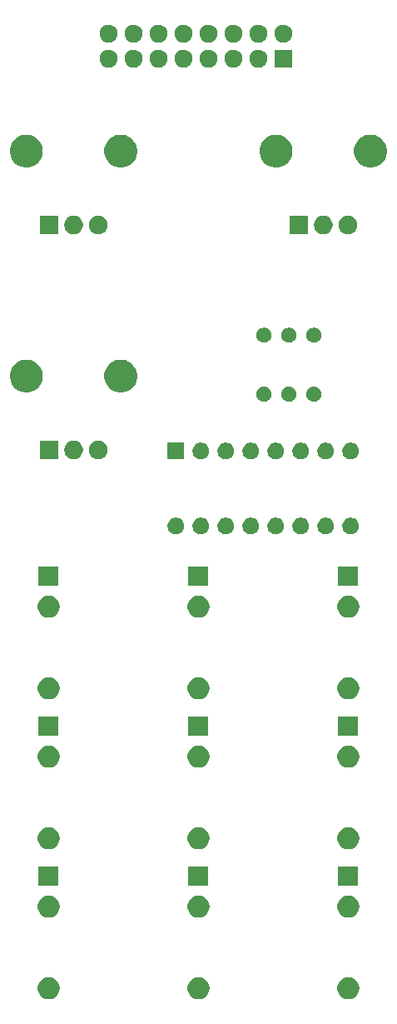
<source format=gbr>
G04 #@! TF.GenerationSoftware,KiCad,Pcbnew,5.1.5-52549c5~84~ubuntu19.04.1*
G04 #@! TF.CreationDate,2020-04-14T21:23:31+02:00*
G04 #@! TF.ProjectId,osc1,6f736331-2e6b-4696-9361-645f70636258,rev?*
G04 #@! TF.SameCoordinates,Original*
G04 #@! TF.FileFunction,Soldermask,Top*
G04 #@! TF.FilePolarity,Negative*
%FSLAX46Y46*%
G04 Gerber Fmt 4.6, Leading zero omitted, Abs format (unit mm)*
G04 Created by KiCad (PCBNEW 5.1.5-52549c5~84~ubuntu19.04.1) date 2020-04-14 21:23:31*
%MOMM*%
%LPD*%
G04 APERTURE LIST*
%ADD10C,0.100000*%
G04 APERTURE END LIST*
D10*
G36*
X109473655Y-169062591D02*
G01*
X109545525Y-169076887D01*
X109748624Y-169161013D01*
X109931409Y-169283146D01*
X110086854Y-169438591D01*
X110208987Y-169621376D01*
X110293113Y-169824475D01*
X110336000Y-170040084D01*
X110336000Y-170259916D01*
X110293113Y-170475525D01*
X110208987Y-170678624D01*
X110086854Y-170861409D01*
X109931409Y-171016854D01*
X109748624Y-171138987D01*
X109545525Y-171223113D01*
X109473655Y-171237409D01*
X109329918Y-171266000D01*
X109110082Y-171266000D01*
X108966345Y-171237409D01*
X108894475Y-171223113D01*
X108691376Y-171138987D01*
X108508591Y-171016854D01*
X108353146Y-170861409D01*
X108231013Y-170678624D01*
X108146887Y-170475525D01*
X108104000Y-170259916D01*
X108104000Y-170040084D01*
X108146887Y-169824475D01*
X108231013Y-169621376D01*
X108353146Y-169438591D01*
X108508591Y-169283146D01*
X108691376Y-169161013D01*
X108894475Y-169076887D01*
X108966345Y-169062591D01*
X109110082Y-169034000D01*
X109329918Y-169034000D01*
X109473655Y-169062591D01*
G37*
G36*
X78993655Y-169062591D02*
G01*
X79065525Y-169076887D01*
X79268624Y-169161013D01*
X79451409Y-169283146D01*
X79606854Y-169438591D01*
X79728987Y-169621376D01*
X79813113Y-169824475D01*
X79856000Y-170040084D01*
X79856000Y-170259916D01*
X79813113Y-170475525D01*
X79728987Y-170678624D01*
X79606854Y-170861409D01*
X79451409Y-171016854D01*
X79268624Y-171138987D01*
X79065525Y-171223113D01*
X78993655Y-171237409D01*
X78849918Y-171266000D01*
X78630082Y-171266000D01*
X78486345Y-171237409D01*
X78414475Y-171223113D01*
X78211376Y-171138987D01*
X78028591Y-171016854D01*
X77873146Y-170861409D01*
X77751013Y-170678624D01*
X77666887Y-170475525D01*
X77624000Y-170259916D01*
X77624000Y-170040084D01*
X77666887Y-169824475D01*
X77751013Y-169621376D01*
X77873146Y-169438591D01*
X78028591Y-169283146D01*
X78211376Y-169161013D01*
X78414475Y-169076887D01*
X78486345Y-169062591D01*
X78630082Y-169034000D01*
X78849918Y-169034000D01*
X78993655Y-169062591D01*
G37*
G36*
X94233655Y-169062591D02*
G01*
X94305525Y-169076887D01*
X94508624Y-169161013D01*
X94691409Y-169283146D01*
X94846854Y-169438591D01*
X94968987Y-169621376D01*
X95053113Y-169824475D01*
X95096000Y-170040084D01*
X95096000Y-170259916D01*
X95053113Y-170475525D01*
X94968987Y-170678624D01*
X94846854Y-170861409D01*
X94691409Y-171016854D01*
X94508624Y-171138987D01*
X94305525Y-171223113D01*
X94233655Y-171237409D01*
X94089918Y-171266000D01*
X93870082Y-171266000D01*
X93726345Y-171237409D01*
X93654475Y-171223113D01*
X93451376Y-171138987D01*
X93268591Y-171016854D01*
X93113146Y-170861409D01*
X92991013Y-170678624D01*
X92906887Y-170475525D01*
X92864000Y-170259916D01*
X92864000Y-170040084D01*
X92906887Y-169824475D01*
X92991013Y-169621376D01*
X93113146Y-169438591D01*
X93268591Y-169283146D01*
X93451376Y-169161013D01*
X93654475Y-169076887D01*
X93726345Y-169062591D01*
X93870082Y-169034000D01*
X94089918Y-169034000D01*
X94233655Y-169062591D01*
G37*
G36*
X78993655Y-160762591D02*
G01*
X79065525Y-160776887D01*
X79268624Y-160861013D01*
X79451409Y-160983146D01*
X79606854Y-161138591D01*
X79728987Y-161321376D01*
X79813113Y-161524475D01*
X79856000Y-161740084D01*
X79856000Y-161959916D01*
X79813113Y-162175525D01*
X79728987Y-162378624D01*
X79606854Y-162561409D01*
X79451409Y-162716854D01*
X79268624Y-162838987D01*
X79065525Y-162923113D01*
X78993655Y-162937409D01*
X78849918Y-162966000D01*
X78630082Y-162966000D01*
X78486345Y-162937409D01*
X78414475Y-162923113D01*
X78211376Y-162838987D01*
X78028591Y-162716854D01*
X77873146Y-162561409D01*
X77751013Y-162378624D01*
X77666887Y-162175525D01*
X77624000Y-161959916D01*
X77624000Y-161740084D01*
X77666887Y-161524475D01*
X77751013Y-161321376D01*
X77873146Y-161138591D01*
X78028591Y-160983146D01*
X78211376Y-160861013D01*
X78414475Y-160776887D01*
X78486345Y-160762591D01*
X78630082Y-160734000D01*
X78849918Y-160734000D01*
X78993655Y-160762591D01*
G37*
G36*
X109473655Y-160762591D02*
G01*
X109545525Y-160776887D01*
X109748624Y-160861013D01*
X109931409Y-160983146D01*
X110086854Y-161138591D01*
X110208987Y-161321376D01*
X110293113Y-161524475D01*
X110336000Y-161740084D01*
X110336000Y-161959916D01*
X110293113Y-162175525D01*
X110208987Y-162378624D01*
X110086854Y-162561409D01*
X109931409Y-162716854D01*
X109748624Y-162838987D01*
X109545525Y-162923113D01*
X109473655Y-162937409D01*
X109329918Y-162966000D01*
X109110082Y-162966000D01*
X108966345Y-162937409D01*
X108894475Y-162923113D01*
X108691376Y-162838987D01*
X108508591Y-162716854D01*
X108353146Y-162561409D01*
X108231013Y-162378624D01*
X108146887Y-162175525D01*
X108104000Y-161959916D01*
X108104000Y-161740084D01*
X108146887Y-161524475D01*
X108231013Y-161321376D01*
X108353146Y-161138591D01*
X108508591Y-160983146D01*
X108691376Y-160861013D01*
X108894475Y-160776887D01*
X108966345Y-160762591D01*
X109110082Y-160734000D01*
X109329918Y-160734000D01*
X109473655Y-160762591D01*
G37*
G36*
X94233655Y-160762591D02*
G01*
X94305525Y-160776887D01*
X94508624Y-160861013D01*
X94691409Y-160983146D01*
X94846854Y-161138591D01*
X94968987Y-161321376D01*
X95053113Y-161524475D01*
X95096000Y-161740084D01*
X95096000Y-161959916D01*
X95053113Y-162175525D01*
X94968987Y-162378624D01*
X94846854Y-162561409D01*
X94691409Y-162716854D01*
X94508624Y-162838987D01*
X94305525Y-162923113D01*
X94233655Y-162937409D01*
X94089918Y-162966000D01*
X93870082Y-162966000D01*
X93726345Y-162937409D01*
X93654475Y-162923113D01*
X93451376Y-162838987D01*
X93268591Y-162716854D01*
X93113146Y-162561409D01*
X92991013Y-162378624D01*
X92906887Y-162175525D01*
X92864000Y-161959916D01*
X92864000Y-161740084D01*
X92906887Y-161524475D01*
X92991013Y-161321376D01*
X93113146Y-161138591D01*
X93268591Y-160983146D01*
X93451376Y-160861013D01*
X93654475Y-160776887D01*
X93726345Y-160762591D01*
X93870082Y-160734000D01*
X94089918Y-160734000D01*
X94233655Y-160762591D01*
G37*
G36*
X110236000Y-159716000D02*
G01*
X108204000Y-159716000D01*
X108204000Y-157784000D01*
X110236000Y-157784000D01*
X110236000Y-159716000D01*
G37*
G36*
X94996000Y-159716000D02*
G01*
X92964000Y-159716000D01*
X92964000Y-157784000D01*
X94996000Y-157784000D01*
X94996000Y-159716000D01*
G37*
G36*
X79756000Y-159716000D02*
G01*
X77724000Y-159716000D01*
X77724000Y-157784000D01*
X79756000Y-157784000D01*
X79756000Y-159716000D01*
G37*
G36*
X78993655Y-153822591D02*
G01*
X79065525Y-153836887D01*
X79268624Y-153921013D01*
X79451409Y-154043146D01*
X79606854Y-154198591D01*
X79728987Y-154381376D01*
X79813113Y-154584475D01*
X79856000Y-154800084D01*
X79856000Y-155019916D01*
X79813113Y-155235525D01*
X79728987Y-155438624D01*
X79606854Y-155621409D01*
X79451409Y-155776854D01*
X79268624Y-155898987D01*
X79065525Y-155983113D01*
X78993655Y-155997409D01*
X78849918Y-156026000D01*
X78630082Y-156026000D01*
X78486345Y-155997409D01*
X78414475Y-155983113D01*
X78211376Y-155898987D01*
X78028591Y-155776854D01*
X77873146Y-155621409D01*
X77751013Y-155438624D01*
X77666887Y-155235525D01*
X77624000Y-155019916D01*
X77624000Y-154800084D01*
X77666887Y-154584475D01*
X77751013Y-154381376D01*
X77873146Y-154198591D01*
X78028591Y-154043146D01*
X78211376Y-153921013D01*
X78414475Y-153836887D01*
X78486345Y-153822591D01*
X78630082Y-153794000D01*
X78849918Y-153794000D01*
X78993655Y-153822591D01*
G37*
G36*
X109473655Y-153822591D02*
G01*
X109545525Y-153836887D01*
X109748624Y-153921013D01*
X109931409Y-154043146D01*
X110086854Y-154198591D01*
X110208987Y-154381376D01*
X110293113Y-154584475D01*
X110336000Y-154800084D01*
X110336000Y-155019916D01*
X110293113Y-155235525D01*
X110208987Y-155438624D01*
X110086854Y-155621409D01*
X109931409Y-155776854D01*
X109748624Y-155898987D01*
X109545525Y-155983113D01*
X109473655Y-155997409D01*
X109329918Y-156026000D01*
X109110082Y-156026000D01*
X108966345Y-155997409D01*
X108894475Y-155983113D01*
X108691376Y-155898987D01*
X108508591Y-155776854D01*
X108353146Y-155621409D01*
X108231013Y-155438624D01*
X108146887Y-155235525D01*
X108104000Y-155019916D01*
X108104000Y-154800084D01*
X108146887Y-154584475D01*
X108231013Y-154381376D01*
X108353146Y-154198591D01*
X108508591Y-154043146D01*
X108691376Y-153921013D01*
X108894475Y-153836887D01*
X108966345Y-153822591D01*
X109110082Y-153794000D01*
X109329918Y-153794000D01*
X109473655Y-153822591D01*
G37*
G36*
X94233655Y-153822591D02*
G01*
X94305525Y-153836887D01*
X94508624Y-153921013D01*
X94691409Y-154043146D01*
X94846854Y-154198591D01*
X94968987Y-154381376D01*
X95053113Y-154584475D01*
X95096000Y-154800084D01*
X95096000Y-155019916D01*
X95053113Y-155235525D01*
X94968987Y-155438624D01*
X94846854Y-155621409D01*
X94691409Y-155776854D01*
X94508624Y-155898987D01*
X94305525Y-155983113D01*
X94233655Y-155997409D01*
X94089918Y-156026000D01*
X93870082Y-156026000D01*
X93726345Y-155997409D01*
X93654475Y-155983113D01*
X93451376Y-155898987D01*
X93268591Y-155776854D01*
X93113146Y-155621409D01*
X92991013Y-155438624D01*
X92906887Y-155235525D01*
X92864000Y-155019916D01*
X92864000Y-154800084D01*
X92906887Y-154584475D01*
X92991013Y-154381376D01*
X93113146Y-154198591D01*
X93268591Y-154043146D01*
X93451376Y-153921013D01*
X93654475Y-153836887D01*
X93726345Y-153822591D01*
X93870082Y-153794000D01*
X94089918Y-153794000D01*
X94233655Y-153822591D01*
G37*
G36*
X78993655Y-145522591D02*
G01*
X79065525Y-145536887D01*
X79268624Y-145621013D01*
X79451409Y-145743146D01*
X79606854Y-145898591D01*
X79728987Y-146081376D01*
X79813113Y-146284475D01*
X79856000Y-146500084D01*
X79856000Y-146719916D01*
X79813113Y-146935525D01*
X79728987Y-147138624D01*
X79606854Y-147321409D01*
X79451409Y-147476854D01*
X79268624Y-147598987D01*
X79065525Y-147683113D01*
X78993655Y-147697409D01*
X78849918Y-147726000D01*
X78630082Y-147726000D01*
X78486345Y-147697409D01*
X78414475Y-147683113D01*
X78211376Y-147598987D01*
X78028591Y-147476854D01*
X77873146Y-147321409D01*
X77751013Y-147138624D01*
X77666887Y-146935525D01*
X77624000Y-146719916D01*
X77624000Y-146500084D01*
X77666887Y-146284475D01*
X77751013Y-146081376D01*
X77873146Y-145898591D01*
X78028591Y-145743146D01*
X78211376Y-145621013D01*
X78414475Y-145536887D01*
X78486345Y-145522591D01*
X78630082Y-145494000D01*
X78849918Y-145494000D01*
X78993655Y-145522591D01*
G37*
G36*
X109473655Y-145522591D02*
G01*
X109545525Y-145536887D01*
X109748624Y-145621013D01*
X109931409Y-145743146D01*
X110086854Y-145898591D01*
X110208987Y-146081376D01*
X110293113Y-146284475D01*
X110336000Y-146500084D01*
X110336000Y-146719916D01*
X110293113Y-146935525D01*
X110208987Y-147138624D01*
X110086854Y-147321409D01*
X109931409Y-147476854D01*
X109748624Y-147598987D01*
X109545525Y-147683113D01*
X109473655Y-147697409D01*
X109329918Y-147726000D01*
X109110082Y-147726000D01*
X108966345Y-147697409D01*
X108894475Y-147683113D01*
X108691376Y-147598987D01*
X108508591Y-147476854D01*
X108353146Y-147321409D01*
X108231013Y-147138624D01*
X108146887Y-146935525D01*
X108104000Y-146719916D01*
X108104000Y-146500084D01*
X108146887Y-146284475D01*
X108231013Y-146081376D01*
X108353146Y-145898591D01*
X108508591Y-145743146D01*
X108691376Y-145621013D01*
X108894475Y-145536887D01*
X108966345Y-145522591D01*
X109110082Y-145494000D01*
X109329918Y-145494000D01*
X109473655Y-145522591D01*
G37*
G36*
X94233655Y-145522591D02*
G01*
X94305525Y-145536887D01*
X94508624Y-145621013D01*
X94691409Y-145743146D01*
X94846854Y-145898591D01*
X94968987Y-146081376D01*
X95053113Y-146284475D01*
X95096000Y-146500084D01*
X95096000Y-146719916D01*
X95053113Y-146935525D01*
X94968987Y-147138624D01*
X94846854Y-147321409D01*
X94691409Y-147476854D01*
X94508624Y-147598987D01*
X94305525Y-147683113D01*
X94233655Y-147697409D01*
X94089918Y-147726000D01*
X93870082Y-147726000D01*
X93726345Y-147697409D01*
X93654475Y-147683113D01*
X93451376Y-147598987D01*
X93268591Y-147476854D01*
X93113146Y-147321409D01*
X92991013Y-147138624D01*
X92906887Y-146935525D01*
X92864000Y-146719916D01*
X92864000Y-146500084D01*
X92906887Y-146284475D01*
X92991013Y-146081376D01*
X93113146Y-145898591D01*
X93268591Y-145743146D01*
X93451376Y-145621013D01*
X93654475Y-145536887D01*
X93726345Y-145522591D01*
X93870082Y-145494000D01*
X94089918Y-145494000D01*
X94233655Y-145522591D01*
G37*
G36*
X94996000Y-144476000D02*
G01*
X92964000Y-144476000D01*
X92964000Y-142544000D01*
X94996000Y-142544000D01*
X94996000Y-144476000D01*
G37*
G36*
X110236000Y-144476000D02*
G01*
X108204000Y-144476000D01*
X108204000Y-142544000D01*
X110236000Y-142544000D01*
X110236000Y-144476000D01*
G37*
G36*
X79756000Y-144476000D02*
G01*
X77724000Y-144476000D01*
X77724000Y-142544000D01*
X79756000Y-142544000D01*
X79756000Y-144476000D01*
G37*
G36*
X109473655Y-138582591D02*
G01*
X109545525Y-138596887D01*
X109748624Y-138681013D01*
X109931409Y-138803146D01*
X110086854Y-138958591D01*
X110208987Y-139141376D01*
X110293113Y-139344475D01*
X110336000Y-139560084D01*
X110336000Y-139779916D01*
X110293113Y-139995525D01*
X110208987Y-140198624D01*
X110086854Y-140381409D01*
X109931409Y-140536854D01*
X109748624Y-140658987D01*
X109545525Y-140743113D01*
X109473655Y-140757409D01*
X109329918Y-140786000D01*
X109110082Y-140786000D01*
X108966345Y-140757409D01*
X108894475Y-140743113D01*
X108691376Y-140658987D01*
X108508591Y-140536854D01*
X108353146Y-140381409D01*
X108231013Y-140198624D01*
X108146887Y-139995525D01*
X108104000Y-139779916D01*
X108104000Y-139560084D01*
X108146887Y-139344475D01*
X108231013Y-139141376D01*
X108353146Y-138958591D01*
X108508591Y-138803146D01*
X108691376Y-138681013D01*
X108894475Y-138596887D01*
X108966345Y-138582591D01*
X109110082Y-138554000D01*
X109329918Y-138554000D01*
X109473655Y-138582591D01*
G37*
G36*
X78993655Y-138582591D02*
G01*
X79065525Y-138596887D01*
X79268624Y-138681013D01*
X79451409Y-138803146D01*
X79606854Y-138958591D01*
X79728987Y-139141376D01*
X79813113Y-139344475D01*
X79856000Y-139560084D01*
X79856000Y-139779916D01*
X79813113Y-139995525D01*
X79728987Y-140198624D01*
X79606854Y-140381409D01*
X79451409Y-140536854D01*
X79268624Y-140658987D01*
X79065525Y-140743113D01*
X78993655Y-140757409D01*
X78849918Y-140786000D01*
X78630082Y-140786000D01*
X78486345Y-140757409D01*
X78414475Y-140743113D01*
X78211376Y-140658987D01*
X78028591Y-140536854D01*
X77873146Y-140381409D01*
X77751013Y-140198624D01*
X77666887Y-139995525D01*
X77624000Y-139779916D01*
X77624000Y-139560084D01*
X77666887Y-139344475D01*
X77751013Y-139141376D01*
X77873146Y-138958591D01*
X78028591Y-138803146D01*
X78211376Y-138681013D01*
X78414475Y-138596887D01*
X78486345Y-138582591D01*
X78630082Y-138554000D01*
X78849918Y-138554000D01*
X78993655Y-138582591D01*
G37*
G36*
X94233655Y-138582591D02*
G01*
X94305525Y-138596887D01*
X94508624Y-138681013D01*
X94691409Y-138803146D01*
X94846854Y-138958591D01*
X94968987Y-139141376D01*
X95053113Y-139344475D01*
X95096000Y-139560084D01*
X95096000Y-139779916D01*
X95053113Y-139995525D01*
X94968987Y-140198624D01*
X94846854Y-140381409D01*
X94691409Y-140536854D01*
X94508624Y-140658987D01*
X94305525Y-140743113D01*
X94233655Y-140757409D01*
X94089918Y-140786000D01*
X93870082Y-140786000D01*
X93726345Y-140757409D01*
X93654475Y-140743113D01*
X93451376Y-140658987D01*
X93268591Y-140536854D01*
X93113146Y-140381409D01*
X92991013Y-140198624D01*
X92906887Y-139995525D01*
X92864000Y-139779916D01*
X92864000Y-139560084D01*
X92906887Y-139344475D01*
X92991013Y-139141376D01*
X93113146Y-138958591D01*
X93268591Y-138803146D01*
X93451376Y-138681013D01*
X93654475Y-138596887D01*
X93726345Y-138582591D01*
X93870082Y-138554000D01*
X94089918Y-138554000D01*
X94233655Y-138582591D01*
G37*
G36*
X78993655Y-130282591D02*
G01*
X79065525Y-130296887D01*
X79268624Y-130381013D01*
X79451409Y-130503146D01*
X79606854Y-130658591D01*
X79728987Y-130841376D01*
X79813113Y-131044475D01*
X79856000Y-131260084D01*
X79856000Y-131479916D01*
X79813113Y-131695525D01*
X79728987Y-131898624D01*
X79606854Y-132081409D01*
X79451409Y-132236854D01*
X79268624Y-132358987D01*
X79065525Y-132443113D01*
X78993655Y-132457409D01*
X78849918Y-132486000D01*
X78630082Y-132486000D01*
X78486345Y-132457409D01*
X78414475Y-132443113D01*
X78211376Y-132358987D01*
X78028591Y-132236854D01*
X77873146Y-132081409D01*
X77751013Y-131898624D01*
X77666887Y-131695525D01*
X77624000Y-131479916D01*
X77624000Y-131260084D01*
X77666887Y-131044475D01*
X77751013Y-130841376D01*
X77873146Y-130658591D01*
X78028591Y-130503146D01*
X78211376Y-130381013D01*
X78414475Y-130296887D01*
X78486345Y-130282591D01*
X78630082Y-130254000D01*
X78849918Y-130254000D01*
X78993655Y-130282591D01*
G37*
G36*
X109473655Y-130282591D02*
G01*
X109545525Y-130296887D01*
X109748624Y-130381013D01*
X109931409Y-130503146D01*
X110086854Y-130658591D01*
X110208987Y-130841376D01*
X110293113Y-131044475D01*
X110336000Y-131260084D01*
X110336000Y-131479916D01*
X110293113Y-131695525D01*
X110208987Y-131898624D01*
X110086854Y-132081409D01*
X109931409Y-132236854D01*
X109748624Y-132358987D01*
X109545525Y-132443113D01*
X109473655Y-132457409D01*
X109329918Y-132486000D01*
X109110082Y-132486000D01*
X108966345Y-132457409D01*
X108894475Y-132443113D01*
X108691376Y-132358987D01*
X108508591Y-132236854D01*
X108353146Y-132081409D01*
X108231013Y-131898624D01*
X108146887Y-131695525D01*
X108104000Y-131479916D01*
X108104000Y-131260084D01*
X108146887Y-131044475D01*
X108231013Y-130841376D01*
X108353146Y-130658591D01*
X108508591Y-130503146D01*
X108691376Y-130381013D01*
X108894475Y-130296887D01*
X108966345Y-130282591D01*
X109110082Y-130254000D01*
X109329918Y-130254000D01*
X109473655Y-130282591D01*
G37*
G36*
X94233655Y-130282591D02*
G01*
X94305525Y-130296887D01*
X94508624Y-130381013D01*
X94691409Y-130503146D01*
X94846854Y-130658591D01*
X94968987Y-130841376D01*
X95053113Y-131044475D01*
X95096000Y-131260084D01*
X95096000Y-131479916D01*
X95053113Y-131695525D01*
X94968987Y-131898624D01*
X94846854Y-132081409D01*
X94691409Y-132236854D01*
X94508624Y-132358987D01*
X94305525Y-132443113D01*
X94233655Y-132457409D01*
X94089918Y-132486000D01*
X93870082Y-132486000D01*
X93726345Y-132457409D01*
X93654475Y-132443113D01*
X93451376Y-132358987D01*
X93268591Y-132236854D01*
X93113146Y-132081409D01*
X92991013Y-131898624D01*
X92906887Y-131695525D01*
X92864000Y-131479916D01*
X92864000Y-131260084D01*
X92906887Y-131044475D01*
X92991013Y-130841376D01*
X93113146Y-130658591D01*
X93268591Y-130503146D01*
X93451376Y-130381013D01*
X93654475Y-130296887D01*
X93726345Y-130282591D01*
X93870082Y-130254000D01*
X94089918Y-130254000D01*
X94233655Y-130282591D01*
G37*
G36*
X79756000Y-129236000D02*
G01*
X77724000Y-129236000D01*
X77724000Y-127304000D01*
X79756000Y-127304000D01*
X79756000Y-129236000D01*
G37*
G36*
X94996000Y-129236000D02*
G01*
X92964000Y-129236000D01*
X92964000Y-127304000D01*
X94996000Y-127304000D01*
X94996000Y-129236000D01*
G37*
G36*
X110236000Y-129236000D02*
G01*
X108204000Y-129236000D01*
X108204000Y-127304000D01*
X110236000Y-127304000D01*
X110236000Y-129236000D01*
G37*
G36*
X97022228Y-122371703D02*
G01*
X97177100Y-122435853D01*
X97316481Y-122528985D01*
X97435015Y-122647519D01*
X97528147Y-122786900D01*
X97592297Y-122941772D01*
X97625000Y-123106184D01*
X97625000Y-123273816D01*
X97592297Y-123438228D01*
X97528147Y-123593100D01*
X97435015Y-123732481D01*
X97316481Y-123851015D01*
X97177100Y-123944147D01*
X97022228Y-124008297D01*
X96857816Y-124041000D01*
X96690184Y-124041000D01*
X96525772Y-124008297D01*
X96370900Y-123944147D01*
X96231519Y-123851015D01*
X96112985Y-123732481D01*
X96019853Y-123593100D01*
X95955703Y-123438228D01*
X95923000Y-123273816D01*
X95923000Y-123106184D01*
X95955703Y-122941772D01*
X96019853Y-122786900D01*
X96112985Y-122647519D01*
X96231519Y-122528985D01*
X96370900Y-122435853D01*
X96525772Y-122371703D01*
X96690184Y-122339000D01*
X96857816Y-122339000D01*
X97022228Y-122371703D01*
G37*
G36*
X109722228Y-122371703D02*
G01*
X109877100Y-122435853D01*
X110016481Y-122528985D01*
X110135015Y-122647519D01*
X110228147Y-122786900D01*
X110292297Y-122941772D01*
X110325000Y-123106184D01*
X110325000Y-123273816D01*
X110292297Y-123438228D01*
X110228147Y-123593100D01*
X110135015Y-123732481D01*
X110016481Y-123851015D01*
X109877100Y-123944147D01*
X109722228Y-124008297D01*
X109557816Y-124041000D01*
X109390184Y-124041000D01*
X109225772Y-124008297D01*
X109070900Y-123944147D01*
X108931519Y-123851015D01*
X108812985Y-123732481D01*
X108719853Y-123593100D01*
X108655703Y-123438228D01*
X108623000Y-123273816D01*
X108623000Y-123106184D01*
X108655703Y-122941772D01*
X108719853Y-122786900D01*
X108812985Y-122647519D01*
X108931519Y-122528985D01*
X109070900Y-122435853D01*
X109225772Y-122371703D01*
X109390184Y-122339000D01*
X109557816Y-122339000D01*
X109722228Y-122371703D01*
G37*
G36*
X107182228Y-122371703D02*
G01*
X107337100Y-122435853D01*
X107476481Y-122528985D01*
X107595015Y-122647519D01*
X107688147Y-122786900D01*
X107752297Y-122941772D01*
X107785000Y-123106184D01*
X107785000Y-123273816D01*
X107752297Y-123438228D01*
X107688147Y-123593100D01*
X107595015Y-123732481D01*
X107476481Y-123851015D01*
X107337100Y-123944147D01*
X107182228Y-124008297D01*
X107017816Y-124041000D01*
X106850184Y-124041000D01*
X106685772Y-124008297D01*
X106530900Y-123944147D01*
X106391519Y-123851015D01*
X106272985Y-123732481D01*
X106179853Y-123593100D01*
X106115703Y-123438228D01*
X106083000Y-123273816D01*
X106083000Y-123106184D01*
X106115703Y-122941772D01*
X106179853Y-122786900D01*
X106272985Y-122647519D01*
X106391519Y-122528985D01*
X106530900Y-122435853D01*
X106685772Y-122371703D01*
X106850184Y-122339000D01*
X107017816Y-122339000D01*
X107182228Y-122371703D01*
G37*
G36*
X104642228Y-122371703D02*
G01*
X104797100Y-122435853D01*
X104936481Y-122528985D01*
X105055015Y-122647519D01*
X105148147Y-122786900D01*
X105212297Y-122941772D01*
X105245000Y-123106184D01*
X105245000Y-123273816D01*
X105212297Y-123438228D01*
X105148147Y-123593100D01*
X105055015Y-123732481D01*
X104936481Y-123851015D01*
X104797100Y-123944147D01*
X104642228Y-124008297D01*
X104477816Y-124041000D01*
X104310184Y-124041000D01*
X104145772Y-124008297D01*
X103990900Y-123944147D01*
X103851519Y-123851015D01*
X103732985Y-123732481D01*
X103639853Y-123593100D01*
X103575703Y-123438228D01*
X103543000Y-123273816D01*
X103543000Y-123106184D01*
X103575703Y-122941772D01*
X103639853Y-122786900D01*
X103732985Y-122647519D01*
X103851519Y-122528985D01*
X103990900Y-122435853D01*
X104145772Y-122371703D01*
X104310184Y-122339000D01*
X104477816Y-122339000D01*
X104642228Y-122371703D01*
G37*
G36*
X102102228Y-122371703D02*
G01*
X102257100Y-122435853D01*
X102396481Y-122528985D01*
X102515015Y-122647519D01*
X102608147Y-122786900D01*
X102672297Y-122941772D01*
X102705000Y-123106184D01*
X102705000Y-123273816D01*
X102672297Y-123438228D01*
X102608147Y-123593100D01*
X102515015Y-123732481D01*
X102396481Y-123851015D01*
X102257100Y-123944147D01*
X102102228Y-124008297D01*
X101937816Y-124041000D01*
X101770184Y-124041000D01*
X101605772Y-124008297D01*
X101450900Y-123944147D01*
X101311519Y-123851015D01*
X101192985Y-123732481D01*
X101099853Y-123593100D01*
X101035703Y-123438228D01*
X101003000Y-123273816D01*
X101003000Y-123106184D01*
X101035703Y-122941772D01*
X101099853Y-122786900D01*
X101192985Y-122647519D01*
X101311519Y-122528985D01*
X101450900Y-122435853D01*
X101605772Y-122371703D01*
X101770184Y-122339000D01*
X101937816Y-122339000D01*
X102102228Y-122371703D01*
G37*
G36*
X99562228Y-122371703D02*
G01*
X99717100Y-122435853D01*
X99856481Y-122528985D01*
X99975015Y-122647519D01*
X100068147Y-122786900D01*
X100132297Y-122941772D01*
X100165000Y-123106184D01*
X100165000Y-123273816D01*
X100132297Y-123438228D01*
X100068147Y-123593100D01*
X99975015Y-123732481D01*
X99856481Y-123851015D01*
X99717100Y-123944147D01*
X99562228Y-124008297D01*
X99397816Y-124041000D01*
X99230184Y-124041000D01*
X99065772Y-124008297D01*
X98910900Y-123944147D01*
X98771519Y-123851015D01*
X98652985Y-123732481D01*
X98559853Y-123593100D01*
X98495703Y-123438228D01*
X98463000Y-123273816D01*
X98463000Y-123106184D01*
X98495703Y-122941772D01*
X98559853Y-122786900D01*
X98652985Y-122647519D01*
X98771519Y-122528985D01*
X98910900Y-122435853D01*
X99065772Y-122371703D01*
X99230184Y-122339000D01*
X99397816Y-122339000D01*
X99562228Y-122371703D01*
G37*
G36*
X94482228Y-122371703D02*
G01*
X94637100Y-122435853D01*
X94776481Y-122528985D01*
X94895015Y-122647519D01*
X94988147Y-122786900D01*
X95052297Y-122941772D01*
X95085000Y-123106184D01*
X95085000Y-123273816D01*
X95052297Y-123438228D01*
X94988147Y-123593100D01*
X94895015Y-123732481D01*
X94776481Y-123851015D01*
X94637100Y-123944147D01*
X94482228Y-124008297D01*
X94317816Y-124041000D01*
X94150184Y-124041000D01*
X93985772Y-124008297D01*
X93830900Y-123944147D01*
X93691519Y-123851015D01*
X93572985Y-123732481D01*
X93479853Y-123593100D01*
X93415703Y-123438228D01*
X93383000Y-123273816D01*
X93383000Y-123106184D01*
X93415703Y-122941772D01*
X93479853Y-122786900D01*
X93572985Y-122647519D01*
X93691519Y-122528985D01*
X93830900Y-122435853D01*
X93985772Y-122371703D01*
X94150184Y-122339000D01*
X94317816Y-122339000D01*
X94482228Y-122371703D01*
G37*
G36*
X91942228Y-122371703D02*
G01*
X92097100Y-122435853D01*
X92236481Y-122528985D01*
X92355015Y-122647519D01*
X92448147Y-122786900D01*
X92512297Y-122941772D01*
X92545000Y-123106184D01*
X92545000Y-123273816D01*
X92512297Y-123438228D01*
X92448147Y-123593100D01*
X92355015Y-123732481D01*
X92236481Y-123851015D01*
X92097100Y-123944147D01*
X91942228Y-124008297D01*
X91777816Y-124041000D01*
X91610184Y-124041000D01*
X91445772Y-124008297D01*
X91290900Y-123944147D01*
X91151519Y-123851015D01*
X91032985Y-123732481D01*
X90939853Y-123593100D01*
X90875703Y-123438228D01*
X90843000Y-123273816D01*
X90843000Y-123106184D01*
X90875703Y-122941772D01*
X90939853Y-122786900D01*
X91032985Y-122647519D01*
X91151519Y-122528985D01*
X91290900Y-122435853D01*
X91445772Y-122371703D01*
X91610184Y-122339000D01*
X91777816Y-122339000D01*
X91942228Y-122371703D01*
G37*
G36*
X97022228Y-114751703D02*
G01*
X97177100Y-114815853D01*
X97316481Y-114908985D01*
X97435015Y-115027519D01*
X97528147Y-115166900D01*
X97592297Y-115321772D01*
X97625000Y-115486184D01*
X97625000Y-115653816D01*
X97592297Y-115818228D01*
X97528147Y-115973100D01*
X97435015Y-116112481D01*
X97316481Y-116231015D01*
X97177100Y-116324147D01*
X97022228Y-116388297D01*
X96857816Y-116421000D01*
X96690184Y-116421000D01*
X96525772Y-116388297D01*
X96370900Y-116324147D01*
X96231519Y-116231015D01*
X96112985Y-116112481D01*
X96019853Y-115973100D01*
X95955703Y-115818228D01*
X95923000Y-115653816D01*
X95923000Y-115486184D01*
X95955703Y-115321772D01*
X96019853Y-115166900D01*
X96112985Y-115027519D01*
X96231519Y-114908985D01*
X96370900Y-114815853D01*
X96525772Y-114751703D01*
X96690184Y-114719000D01*
X96857816Y-114719000D01*
X97022228Y-114751703D01*
G37*
G36*
X92545000Y-116421000D02*
G01*
X90843000Y-116421000D01*
X90843000Y-114719000D01*
X92545000Y-114719000D01*
X92545000Y-116421000D01*
G37*
G36*
X94482228Y-114751703D02*
G01*
X94637100Y-114815853D01*
X94776481Y-114908985D01*
X94895015Y-115027519D01*
X94988147Y-115166900D01*
X95052297Y-115321772D01*
X95085000Y-115486184D01*
X95085000Y-115653816D01*
X95052297Y-115818228D01*
X94988147Y-115973100D01*
X94895015Y-116112481D01*
X94776481Y-116231015D01*
X94637100Y-116324147D01*
X94482228Y-116388297D01*
X94317816Y-116421000D01*
X94150184Y-116421000D01*
X93985772Y-116388297D01*
X93830900Y-116324147D01*
X93691519Y-116231015D01*
X93572985Y-116112481D01*
X93479853Y-115973100D01*
X93415703Y-115818228D01*
X93383000Y-115653816D01*
X93383000Y-115486184D01*
X93415703Y-115321772D01*
X93479853Y-115166900D01*
X93572985Y-115027519D01*
X93691519Y-114908985D01*
X93830900Y-114815853D01*
X93985772Y-114751703D01*
X94150184Y-114719000D01*
X94317816Y-114719000D01*
X94482228Y-114751703D01*
G37*
G36*
X99562228Y-114751703D02*
G01*
X99717100Y-114815853D01*
X99856481Y-114908985D01*
X99975015Y-115027519D01*
X100068147Y-115166900D01*
X100132297Y-115321772D01*
X100165000Y-115486184D01*
X100165000Y-115653816D01*
X100132297Y-115818228D01*
X100068147Y-115973100D01*
X99975015Y-116112481D01*
X99856481Y-116231015D01*
X99717100Y-116324147D01*
X99562228Y-116388297D01*
X99397816Y-116421000D01*
X99230184Y-116421000D01*
X99065772Y-116388297D01*
X98910900Y-116324147D01*
X98771519Y-116231015D01*
X98652985Y-116112481D01*
X98559853Y-115973100D01*
X98495703Y-115818228D01*
X98463000Y-115653816D01*
X98463000Y-115486184D01*
X98495703Y-115321772D01*
X98559853Y-115166900D01*
X98652985Y-115027519D01*
X98771519Y-114908985D01*
X98910900Y-114815853D01*
X99065772Y-114751703D01*
X99230184Y-114719000D01*
X99397816Y-114719000D01*
X99562228Y-114751703D01*
G37*
G36*
X104642228Y-114751703D02*
G01*
X104797100Y-114815853D01*
X104936481Y-114908985D01*
X105055015Y-115027519D01*
X105148147Y-115166900D01*
X105212297Y-115321772D01*
X105245000Y-115486184D01*
X105245000Y-115653816D01*
X105212297Y-115818228D01*
X105148147Y-115973100D01*
X105055015Y-116112481D01*
X104936481Y-116231015D01*
X104797100Y-116324147D01*
X104642228Y-116388297D01*
X104477816Y-116421000D01*
X104310184Y-116421000D01*
X104145772Y-116388297D01*
X103990900Y-116324147D01*
X103851519Y-116231015D01*
X103732985Y-116112481D01*
X103639853Y-115973100D01*
X103575703Y-115818228D01*
X103543000Y-115653816D01*
X103543000Y-115486184D01*
X103575703Y-115321772D01*
X103639853Y-115166900D01*
X103732985Y-115027519D01*
X103851519Y-114908985D01*
X103990900Y-114815853D01*
X104145772Y-114751703D01*
X104310184Y-114719000D01*
X104477816Y-114719000D01*
X104642228Y-114751703D01*
G37*
G36*
X107182228Y-114751703D02*
G01*
X107337100Y-114815853D01*
X107476481Y-114908985D01*
X107595015Y-115027519D01*
X107688147Y-115166900D01*
X107752297Y-115321772D01*
X107785000Y-115486184D01*
X107785000Y-115653816D01*
X107752297Y-115818228D01*
X107688147Y-115973100D01*
X107595015Y-116112481D01*
X107476481Y-116231015D01*
X107337100Y-116324147D01*
X107182228Y-116388297D01*
X107017816Y-116421000D01*
X106850184Y-116421000D01*
X106685772Y-116388297D01*
X106530900Y-116324147D01*
X106391519Y-116231015D01*
X106272985Y-116112481D01*
X106179853Y-115973100D01*
X106115703Y-115818228D01*
X106083000Y-115653816D01*
X106083000Y-115486184D01*
X106115703Y-115321772D01*
X106179853Y-115166900D01*
X106272985Y-115027519D01*
X106391519Y-114908985D01*
X106530900Y-114815853D01*
X106685772Y-114751703D01*
X106850184Y-114719000D01*
X107017816Y-114719000D01*
X107182228Y-114751703D01*
G37*
G36*
X109722228Y-114751703D02*
G01*
X109877100Y-114815853D01*
X110016481Y-114908985D01*
X110135015Y-115027519D01*
X110228147Y-115166900D01*
X110292297Y-115321772D01*
X110325000Y-115486184D01*
X110325000Y-115653816D01*
X110292297Y-115818228D01*
X110228147Y-115973100D01*
X110135015Y-116112481D01*
X110016481Y-116231015D01*
X109877100Y-116324147D01*
X109722228Y-116388297D01*
X109557816Y-116421000D01*
X109390184Y-116421000D01*
X109225772Y-116388297D01*
X109070900Y-116324147D01*
X108931519Y-116231015D01*
X108812985Y-116112481D01*
X108719853Y-115973100D01*
X108655703Y-115818228D01*
X108623000Y-115653816D01*
X108623000Y-115486184D01*
X108655703Y-115321772D01*
X108719853Y-115166900D01*
X108812985Y-115027519D01*
X108931519Y-114908985D01*
X109070900Y-114815853D01*
X109225772Y-114751703D01*
X109390184Y-114719000D01*
X109557816Y-114719000D01*
X109722228Y-114751703D01*
G37*
G36*
X102102228Y-114751703D02*
G01*
X102257100Y-114815853D01*
X102396481Y-114908985D01*
X102515015Y-115027519D01*
X102608147Y-115166900D01*
X102672297Y-115321772D01*
X102705000Y-115486184D01*
X102705000Y-115653816D01*
X102672297Y-115818228D01*
X102608147Y-115973100D01*
X102515015Y-116112481D01*
X102396481Y-116231015D01*
X102257100Y-116324147D01*
X102102228Y-116388297D01*
X101937816Y-116421000D01*
X101770184Y-116421000D01*
X101605772Y-116388297D01*
X101450900Y-116324147D01*
X101311519Y-116231015D01*
X101192985Y-116112481D01*
X101099853Y-115973100D01*
X101035703Y-115818228D01*
X101003000Y-115653816D01*
X101003000Y-115486184D01*
X101035703Y-115321772D01*
X101099853Y-115166900D01*
X101192985Y-115027519D01*
X101311519Y-114908985D01*
X101450900Y-114815853D01*
X101605772Y-114751703D01*
X101770184Y-114719000D01*
X101937816Y-114719000D01*
X102102228Y-114751703D01*
G37*
G36*
X84057395Y-114535546D02*
G01*
X84230466Y-114607234D01*
X84230467Y-114607235D01*
X84386227Y-114711310D01*
X84518690Y-114843773D01*
X84518691Y-114843775D01*
X84622766Y-114999534D01*
X84694454Y-115172605D01*
X84731000Y-115356333D01*
X84731000Y-115543667D01*
X84694454Y-115727395D01*
X84622766Y-115900466D01*
X84622765Y-115900467D01*
X84518690Y-116056227D01*
X84386227Y-116188690D01*
X84322883Y-116231015D01*
X84230466Y-116292766D01*
X84057395Y-116364454D01*
X83873667Y-116401000D01*
X83686333Y-116401000D01*
X83502605Y-116364454D01*
X83329534Y-116292766D01*
X83237117Y-116231015D01*
X83173773Y-116188690D01*
X83041310Y-116056227D01*
X82937235Y-115900467D01*
X82937234Y-115900466D01*
X82865546Y-115727395D01*
X82829000Y-115543667D01*
X82829000Y-115356333D01*
X82865546Y-115172605D01*
X82937234Y-114999534D01*
X83041309Y-114843775D01*
X83041310Y-114843773D01*
X83173773Y-114711310D01*
X83329533Y-114607235D01*
X83329534Y-114607234D01*
X83502605Y-114535546D01*
X83686333Y-114499000D01*
X83873667Y-114499000D01*
X84057395Y-114535546D01*
G37*
G36*
X81557395Y-114535546D02*
G01*
X81730466Y-114607234D01*
X81730467Y-114607235D01*
X81886227Y-114711310D01*
X82018690Y-114843773D01*
X82018691Y-114843775D01*
X82122766Y-114999534D01*
X82194454Y-115172605D01*
X82231000Y-115356333D01*
X82231000Y-115543667D01*
X82194454Y-115727395D01*
X82122766Y-115900466D01*
X82122765Y-115900467D01*
X82018690Y-116056227D01*
X81886227Y-116188690D01*
X81822883Y-116231015D01*
X81730466Y-116292766D01*
X81557395Y-116364454D01*
X81373667Y-116401000D01*
X81186333Y-116401000D01*
X81002605Y-116364454D01*
X80829534Y-116292766D01*
X80737117Y-116231015D01*
X80673773Y-116188690D01*
X80541310Y-116056227D01*
X80437235Y-115900467D01*
X80437234Y-115900466D01*
X80365546Y-115727395D01*
X80329000Y-115543667D01*
X80329000Y-115356333D01*
X80365546Y-115172605D01*
X80437234Y-114999534D01*
X80541309Y-114843775D01*
X80541310Y-114843773D01*
X80673773Y-114711310D01*
X80829533Y-114607235D01*
X80829534Y-114607234D01*
X81002605Y-114535546D01*
X81186333Y-114499000D01*
X81373667Y-114499000D01*
X81557395Y-114535546D01*
G37*
G36*
X79731000Y-116401000D02*
G01*
X77829000Y-116401000D01*
X77829000Y-114499000D01*
X79731000Y-114499000D01*
X79731000Y-116401000D01*
G37*
G36*
X100775589Y-109038876D02*
G01*
X100874893Y-109058629D01*
X101015206Y-109116748D01*
X101141484Y-109201125D01*
X101248875Y-109308516D01*
X101333252Y-109434794D01*
X101391371Y-109575107D01*
X101421000Y-109724063D01*
X101421000Y-109875937D01*
X101391371Y-110024893D01*
X101333252Y-110165206D01*
X101248875Y-110291484D01*
X101141484Y-110398875D01*
X101015206Y-110483252D01*
X100874893Y-110541371D01*
X100775589Y-110561124D01*
X100725938Y-110571000D01*
X100574062Y-110571000D01*
X100524411Y-110561124D01*
X100425107Y-110541371D01*
X100284794Y-110483252D01*
X100158516Y-110398875D01*
X100051125Y-110291484D01*
X99966748Y-110165206D01*
X99908629Y-110024893D01*
X99879000Y-109875937D01*
X99879000Y-109724063D01*
X99908629Y-109575107D01*
X99966748Y-109434794D01*
X100051125Y-109308516D01*
X100158516Y-109201125D01*
X100284794Y-109116748D01*
X100425107Y-109058629D01*
X100524411Y-109038876D01*
X100574062Y-109029000D01*
X100725938Y-109029000D01*
X100775589Y-109038876D01*
G37*
G36*
X103315589Y-109038876D02*
G01*
X103414893Y-109058629D01*
X103555206Y-109116748D01*
X103681484Y-109201125D01*
X103788875Y-109308516D01*
X103873252Y-109434794D01*
X103931371Y-109575107D01*
X103961000Y-109724063D01*
X103961000Y-109875937D01*
X103931371Y-110024893D01*
X103873252Y-110165206D01*
X103788875Y-110291484D01*
X103681484Y-110398875D01*
X103555206Y-110483252D01*
X103414893Y-110541371D01*
X103315589Y-110561124D01*
X103265938Y-110571000D01*
X103114062Y-110571000D01*
X103064411Y-110561124D01*
X102965107Y-110541371D01*
X102824794Y-110483252D01*
X102698516Y-110398875D01*
X102591125Y-110291484D01*
X102506748Y-110165206D01*
X102448629Y-110024893D01*
X102419000Y-109875937D01*
X102419000Y-109724063D01*
X102448629Y-109575107D01*
X102506748Y-109434794D01*
X102591125Y-109308516D01*
X102698516Y-109201125D01*
X102824794Y-109116748D01*
X102965107Y-109058629D01*
X103064411Y-109038876D01*
X103114062Y-109029000D01*
X103265938Y-109029000D01*
X103315589Y-109038876D01*
G37*
G36*
X105855589Y-109038876D02*
G01*
X105954893Y-109058629D01*
X106095206Y-109116748D01*
X106221484Y-109201125D01*
X106328875Y-109308516D01*
X106413252Y-109434794D01*
X106471371Y-109575107D01*
X106501000Y-109724063D01*
X106501000Y-109875937D01*
X106471371Y-110024893D01*
X106413252Y-110165206D01*
X106328875Y-110291484D01*
X106221484Y-110398875D01*
X106095206Y-110483252D01*
X105954893Y-110541371D01*
X105855589Y-110561124D01*
X105805938Y-110571000D01*
X105654062Y-110571000D01*
X105604411Y-110561124D01*
X105505107Y-110541371D01*
X105364794Y-110483252D01*
X105238516Y-110398875D01*
X105131125Y-110291484D01*
X105046748Y-110165206D01*
X104988629Y-110024893D01*
X104959000Y-109875937D01*
X104959000Y-109724063D01*
X104988629Y-109575107D01*
X105046748Y-109434794D01*
X105131125Y-109308516D01*
X105238516Y-109201125D01*
X105364794Y-109116748D01*
X105505107Y-109058629D01*
X105604411Y-109038876D01*
X105654062Y-109029000D01*
X105805938Y-109029000D01*
X105855589Y-109038876D01*
G37*
G36*
X86567412Y-106343215D02*
G01*
X86871514Y-106469178D01*
X87145199Y-106652049D01*
X87377951Y-106884801D01*
X87560822Y-107158486D01*
X87686785Y-107462588D01*
X87751000Y-107785420D01*
X87751000Y-108114580D01*
X87686785Y-108437412D01*
X87560822Y-108741514D01*
X87377951Y-109015199D01*
X87145199Y-109247951D01*
X86871514Y-109430822D01*
X86567412Y-109556785D01*
X86244580Y-109621000D01*
X85915420Y-109621000D01*
X85592588Y-109556785D01*
X85288486Y-109430822D01*
X85014801Y-109247951D01*
X84782049Y-109015199D01*
X84599178Y-108741514D01*
X84473215Y-108437412D01*
X84409000Y-108114580D01*
X84409000Y-107785420D01*
X84473215Y-107462588D01*
X84599178Y-107158486D01*
X84782049Y-106884801D01*
X85014801Y-106652049D01*
X85288486Y-106469178D01*
X85592588Y-106343215D01*
X85915420Y-106279000D01*
X86244580Y-106279000D01*
X86567412Y-106343215D01*
G37*
G36*
X76967412Y-106343215D02*
G01*
X77271514Y-106469178D01*
X77545199Y-106652049D01*
X77777951Y-106884801D01*
X77960822Y-107158486D01*
X78086785Y-107462588D01*
X78151000Y-107785420D01*
X78151000Y-108114580D01*
X78086785Y-108437412D01*
X77960822Y-108741514D01*
X77777951Y-109015199D01*
X77545199Y-109247951D01*
X77271514Y-109430822D01*
X76967412Y-109556785D01*
X76644580Y-109621000D01*
X76315420Y-109621000D01*
X75992588Y-109556785D01*
X75688486Y-109430822D01*
X75414801Y-109247951D01*
X75182049Y-109015199D01*
X74999178Y-108741514D01*
X74873215Y-108437412D01*
X74809000Y-108114580D01*
X74809000Y-107785420D01*
X74873215Y-107462588D01*
X74999178Y-107158486D01*
X75182049Y-106884801D01*
X75414801Y-106652049D01*
X75688486Y-106469178D01*
X75992588Y-106343215D01*
X76315420Y-106279000D01*
X76644580Y-106279000D01*
X76967412Y-106343215D01*
G37*
G36*
X103315589Y-103038876D02*
G01*
X103414893Y-103058629D01*
X103555206Y-103116748D01*
X103681484Y-103201125D01*
X103788875Y-103308516D01*
X103873252Y-103434794D01*
X103931371Y-103575107D01*
X103961000Y-103724063D01*
X103961000Y-103875937D01*
X103931371Y-104024893D01*
X103873252Y-104165206D01*
X103788875Y-104291484D01*
X103681484Y-104398875D01*
X103555206Y-104483252D01*
X103414893Y-104541371D01*
X103315589Y-104561124D01*
X103265938Y-104571000D01*
X103114062Y-104571000D01*
X103064411Y-104561124D01*
X102965107Y-104541371D01*
X102824794Y-104483252D01*
X102698516Y-104398875D01*
X102591125Y-104291484D01*
X102506748Y-104165206D01*
X102448629Y-104024893D01*
X102419000Y-103875937D01*
X102419000Y-103724063D01*
X102448629Y-103575107D01*
X102506748Y-103434794D01*
X102591125Y-103308516D01*
X102698516Y-103201125D01*
X102824794Y-103116748D01*
X102965107Y-103058629D01*
X103064411Y-103038876D01*
X103114062Y-103029000D01*
X103265938Y-103029000D01*
X103315589Y-103038876D01*
G37*
G36*
X105855589Y-103038876D02*
G01*
X105954893Y-103058629D01*
X106095206Y-103116748D01*
X106221484Y-103201125D01*
X106328875Y-103308516D01*
X106413252Y-103434794D01*
X106471371Y-103575107D01*
X106501000Y-103724063D01*
X106501000Y-103875937D01*
X106471371Y-104024893D01*
X106413252Y-104165206D01*
X106328875Y-104291484D01*
X106221484Y-104398875D01*
X106095206Y-104483252D01*
X105954893Y-104541371D01*
X105855589Y-104561124D01*
X105805938Y-104571000D01*
X105654062Y-104571000D01*
X105604411Y-104561124D01*
X105505107Y-104541371D01*
X105364794Y-104483252D01*
X105238516Y-104398875D01*
X105131125Y-104291484D01*
X105046748Y-104165206D01*
X104988629Y-104024893D01*
X104959000Y-103875937D01*
X104959000Y-103724063D01*
X104988629Y-103575107D01*
X105046748Y-103434794D01*
X105131125Y-103308516D01*
X105238516Y-103201125D01*
X105364794Y-103116748D01*
X105505107Y-103058629D01*
X105604411Y-103038876D01*
X105654062Y-103029000D01*
X105805938Y-103029000D01*
X105855589Y-103038876D01*
G37*
G36*
X100775589Y-103038876D02*
G01*
X100874893Y-103058629D01*
X101015206Y-103116748D01*
X101141484Y-103201125D01*
X101248875Y-103308516D01*
X101333252Y-103434794D01*
X101391371Y-103575107D01*
X101421000Y-103724063D01*
X101421000Y-103875937D01*
X101391371Y-104024893D01*
X101333252Y-104165206D01*
X101248875Y-104291484D01*
X101141484Y-104398875D01*
X101015206Y-104483252D01*
X100874893Y-104541371D01*
X100775589Y-104561124D01*
X100725938Y-104571000D01*
X100574062Y-104571000D01*
X100524411Y-104561124D01*
X100425107Y-104541371D01*
X100284794Y-104483252D01*
X100158516Y-104398875D01*
X100051125Y-104291484D01*
X99966748Y-104165206D01*
X99908629Y-104024893D01*
X99879000Y-103875937D01*
X99879000Y-103724063D01*
X99908629Y-103575107D01*
X99966748Y-103434794D01*
X100051125Y-103308516D01*
X100158516Y-103201125D01*
X100284794Y-103116748D01*
X100425107Y-103058629D01*
X100524411Y-103038876D01*
X100574062Y-103029000D01*
X100725938Y-103029000D01*
X100775589Y-103038876D01*
G37*
G36*
X106957395Y-91675546D02*
G01*
X107130466Y-91747234D01*
X107130467Y-91747235D01*
X107286227Y-91851310D01*
X107418690Y-91983773D01*
X107418691Y-91983775D01*
X107522766Y-92139534D01*
X107594454Y-92312605D01*
X107631000Y-92496333D01*
X107631000Y-92683667D01*
X107594454Y-92867395D01*
X107522766Y-93040466D01*
X107522765Y-93040467D01*
X107418690Y-93196227D01*
X107286227Y-93328690D01*
X107207818Y-93381081D01*
X107130466Y-93432766D01*
X106957395Y-93504454D01*
X106773667Y-93541000D01*
X106586333Y-93541000D01*
X106402605Y-93504454D01*
X106229534Y-93432766D01*
X106152182Y-93381081D01*
X106073773Y-93328690D01*
X105941310Y-93196227D01*
X105837235Y-93040467D01*
X105837234Y-93040466D01*
X105765546Y-92867395D01*
X105729000Y-92683667D01*
X105729000Y-92496333D01*
X105765546Y-92312605D01*
X105837234Y-92139534D01*
X105941309Y-91983775D01*
X105941310Y-91983773D01*
X106073773Y-91851310D01*
X106229533Y-91747235D01*
X106229534Y-91747234D01*
X106402605Y-91675546D01*
X106586333Y-91639000D01*
X106773667Y-91639000D01*
X106957395Y-91675546D01*
G37*
G36*
X105131000Y-93541000D02*
G01*
X103229000Y-93541000D01*
X103229000Y-91639000D01*
X105131000Y-91639000D01*
X105131000Y-93541000D01*
G37*
G36*
X84057395Y-91675546D02*
G01*
X84230466Y-91747234D01*
X84230467Y-91747235D01*
X84386227Y-91851310D01*
X84518690Y-91983773D01*
X84518691Y-91983775D01*
X84622766Y-92139534D01*
X84694454Y-92312605D01*
X84731000Y-92496333D01*
X84731000Y-92683667D01*
X84694454Y-92867395D01*
X84622766Y-93040466D01*
X84622765Y-93040467D01*
X84518690Y-93196227D01*
X84386227Y-93328690D01*
X84307818Y-93381081D01*
X84230466Y-93432766D01*
X84057395Y-93504454D01*
X83873667Y-93541000D01*
X83686333Y-93541000D01*
X83502605Y-93504454D01*
X83329534Y-93432766D01*
X83252182Y-93381081D01*
X83173773Y-93328690D01*
X83041310Y-93196227D01*
X82937235Y-93040467D01*
X82937234Y-93040466D01*
X82865546Y-92867395D01*
X82829000Y-92683667D01*
X82829000Y-92496333D01*
X82865546Y-92312605D01*
X82937234Y-92139534D01*
X83041309Y-91983775D01*
X83041310Y-91983773D01*
X83173773Y-91851310D01*
X83329533Y-91747235D01*
X83329534Y-91747234D01*
X83502605Y-91675546D01*
X83686333Y-91639000D01*
X83873667Y-91639000D01*
X84057395Y-91675546D01*
G37*
G36*
X79731000Y-93541000D02*
G01*
X77829000Y-93541000D01*
X77829000Y-91639000D01*
X79731000Y-91639000D01*
X79731000Y-93541000D01*
G37*
G36*
X109457395Y-91675546D02*
G01*
X109630466Y-91747234D01*
X109630467Y-91747235D01*
X109786227Y-91851310D01*
X109918690Y-91983773D01*
X109918691Y-91983775D01*
X110022766Y-92139534D01*
X110094454Y-92312605D01*
X110131000Y-92496333D01*
X110131000Y-92683667D01*
X110094454Y-92867395D01*
X110022766Y-93040466D01*
X110022765Y-93040467D01*
X109918690Y-93196227D01*
X109786227Y-93328690D01*
X109707818Y-93381081D01*
X109630466Y-93432766D01*
X109457395Y-93504454D01*
X109273667Y-93541000D01*
X109086333Y-93541000D01*
X108902605Y-93504454D01*
X108729534Y-93432766D01*
X108652182Y-93381081D01*
X108573773Y-93328690D01*
X108441310Y-93196227D01*
X108337235Y-93040467D01*
X108337234Y-93040466D01*
X108265546Y-92867395D01*
X108229000Y-92683667D01*
X108229000Y-92496333D01*
X108265546Y-92312605D01*
X108337234Y-92139534D01*
X108441309Y-91983775D01*
X108441310Y-91983773D01*
X108573773Y-91851310D01*
X108729533Y-91747235D01*
X108729534Y-91747234D01*
X108902605Y-91675546D01*
X109086333Y-91639000D01*
X109273667Y-91639000D01*
X109457395Y-91675546D01*
G37*
G36*
X81557395Y-91675546D02*
G01*
X81730466Y-91747234D01*
X81730467Y-91747235D01*
X81886227Y-91851310D01*
X82018690Y-91983773D01*
X82018691Y-91983775D01*
X82122766Y-92139534D01*
X82194454Y-92312605D01*
X82231000Y-92496333D01*
X82231000Y-92683667D01*
X82194454Y-92867395D01*
X82122766Y-93040466D01*
X82122765Y-93040467D01*
X82018690Y-93196227D01*
X81886227Y-93328690D01*
X81807818Y-93381081D01*
X81730466Y-93432766D01*
X81557395Y-93504454D01*
X81373667Y-93541000D01*
X81186333Y-93541000D01*
X81002605Y-93504454D01*
X80829534Y-93432766D01*
X80752182Y-93381081D01*
X80673773Y-93328690D01*
X80541310Y-93196227D01*
X80437235Y-93040467D01*
X80437234Y-93040466D01*
X80365546Y-92867395D01*
X80329000Y-92683667D01*
X80329000Y-92496333D01*
X80365546Y-92312605D01*
X80437234Y-92139534D01*
X80541309Y-91983775D01*
X80541310Y-91983773D01*
X80673773Y-91851310D01*
X80829533Y-91747235D01*
X80829534Y-91747234D01*
X81002605Y-91675546D01*
X81186333Y-91639000D01*
X81373667Y-91639000D01*
X81557395Y-91675546D01*
G37*
G36*
X86567412Y-83483215D02*
G01*
X86871514Y-83609178D01*
X87145199Y-83792049D01*
X87377951Y-84024801D01*
X87560822Y-84298486D01*
X87686785Y-84602588D01*
X87751000Y-84925420D01*
X87751000Y-85254580D01*
X87686785Y-85577412D01*
X87560822Y-85881514D01*
X87377951Y-86155199D01*
X87145199Y-86387951D01*
X86871514Y-86570822D01*
X86567412Y-86696785D01*
X86244580Y-86761000D01*
X85915420Y-86761000D01*
X85592588Y-86696785D01*
X85288486Y-86570822D01*
X85014801Y-86387951D01*
X84782049Y-86155199D01*
X84599178Y-85881514D01*
X84473215Y-85577412D01*
X84409000Y-85254580D01*
X84409000Y-84925420D01*
X84473215Y-84602588D01*
X84599178Y-84298486D01*
X84782049Y-84024801D01*
X85014801Y-83792049D01*
X85288486Y-83609178D01*
X85592588Y-83483215D01*
X85915420Y-83419000D01*
X86244580Y-83419000D01*
X86567412Y-83483215D01*
G37*
G36*
X102367412Y-83483215D02*
G01*
X102671514Y-83609178D01*
X102945199Y-83792049D01*
X103177951Y-84024801D01*
X103360822Y-84298486D01*
X103486785Y-84602588D01*
X103551000Y-84925420D01*
X103551000Y-85254580D01*
X103486785Y-85577412D01*
X103360822Y-85881514D01*
X103177951Y-86155199D01*
X102945199Y-86387951D01*
X102671514Y-86570822D01*
X102367412Y-86696785D01*
X102044580Y-86761000D01*
X101715420Y-86761000D01*
X101392588Y-86696785D01*
X101088486Y-86570822D01*
X100814801Y-86387951D01*
X100582049Y-86155199D01*
X100399178Y-85881514D01*
X100273215Y-85577412D01*
X100209000Y-85254580D01*
X100209000Y-84925420D01*
X100273215Y-84602588D01*
X100399178Y-84298486D01*
X100582049Y-84024801D01*
X100814801Y-83792049D01*
X101088486Y-83609178D01*
X101392588Y-83483215D01*
X101715420Y-83419000D01*
X102044580Y-83419000D01*
X102367412Y-83483215D01*
G37*
G36*
X111967412Y-83483215D02*
G01*
X112271514Y-83609178D01*
X112545199Y-83792049D01*
X112777951Y-84024801D01*
X112960822Y-84298486D01*
X113086785Y-84602588D01*
X113151000Y-84925420D01*
X113151000Y-85254580D01*
X113086785Y-85577412D01*
X112960822Y-85881514D01*
X112777951Y-86155199D01*
X112545199Y-86387951D01*
X112271514Y-86570822D01*
X111967412Y-86696785D01*
X111644580Y-86761000D01*
X111315420Y-86761000D01*
X110992588Y-86696785D01*
X110688486Y-86570822D01*
X110414801Y-86387951D01*
X110182049Y-86155199D01*
X109999178Y-85881514D01*
X109873215Y-85577412D01*
X109809000Y-85254580D01*
X109809000Y-84925420D01*
X109873215Y-84602588D01*
X109999178Y-84298486D01*
X110182049Y-84024801D01*
X110414801Y-83792049D01*
X110688486Y-83609178D01*
X110992588Y-83483215D01*
X111315420Y-83419000D01*
X111644580Y-83419000D01*
X111967412Y-83483215D01*
G37*
G36*
X76967412Y-83483215D02*
G01*
X77271514Y-83609178D01*
X77545199Y-83792049D01*
X77777951Y-84024801D01*
X77960822Y-84298486D01*
X78086785Y-84602588D01*
X78151000Y-84925420D01*
X78151000Y-85254580D01*
X78086785Y-85577412D01*
X77960822Y-85881514D01*
X77777951Y-86155199D01*
X77545199Y-86387951D01*
X77271514Y-86570822D01*
X76967412Y-86696785D01*
X76644580Y-86761000D01*
X76315420Y-86761000D01*
X75992588Y-86696785D01*
X75688486Y-86570822D01*
X75414801Y-86387951D01*
X75182049Y-86155199D01*
X74999178Y-85881514D01*
X74873215Y-85577412D01*
X74809000Y-85254580D01*
X74809000Y-84925420D01*
X74873215Y-84602588D01*
X74999178Y-84298486D01*
X75182049Y-84024801D01*
X75414801Y-83792049D01*
X75688486Y-83609178D01*
X75992588Y-83483215D01*
X76315420Y-83419000D01*
X76644580Y-83419000D01*
X76967412Y-83483215D01*
G37*
G36*
X95262778Y-74812547D02*
G01*
X95429224Y-74881491D01*
X95579022Y-74981583D01*
X95706417Y-75108978D01*
X95806509Y-75258776D01*
X95875453Y-75425222D01*
X95910600Y-75601918D01*
X95910600Y-75782082D01*
X95875453Y-75958778D01*
X95806509Y-76125224D01*
X95706417Y-76275022D01*
X95579022Y-76402417D01*
X95429224Y-76502509D01*
X95262778Y-76571453D01*
X95086082Y-76606600D01*
X94905918Y-76606600D01*
X94729222Y-76571453D01*
X94562776Y-76502509D01*
X94412978Y-76402417D01*
X94285583Y-76275022D01*
X94185491Y-76125224D01*
X94116547Y-75958778D01*
X94081400Y-75782082D01*
X94081400Y-75601918D01*
X94116547Y-75425222D01*
X94185491Y-75258776D01*
X94285583Y-75108978D01*
X94412978Y-74981583D01*
X94562776Y-74881491D01*
X94729222Y-74812547D01*
X94905918Y-74777400D01*
X95086082Y-74777400D01*
X95262778Y-74812547D01*
G37*
G36*
X87642778Y-74812547D02*
G01*
X87809224Y-74881491D01*
X87959022Y-74981583D01*
X88086417Y-75108978D01*
X88186509Y-75258776D01*
X88255453Y-75425222D01*
X88290600Y-75601918D01*
X88290600Y-75782082D01*
X88255453Y-75958778D01*
X88186509Y-76125224D01*
X88086417Y-76275022D01*
X87959022Y-76402417D01*
X87809224Y-76502509D01*
X87642778Y-76571453D01*
X87466082Y-76606600D01*
X87285918Y-76606600D01*
X87109222Y-76571453D01*
X86942776Y-76502509D01*
X86792978Y-76402417D01*
X86665583Y-76275022D01*
X86565491Y-76125224D01*
X86496547Y-75958778D01*
X86461400Y-75782082D01*
X86461400Y-75601918D01*
X86496547Y-75425222D01*
X86565491Y-75258776D01*
X86665583Y-75108978D01*
X86792978Y-74981583D01*
X86942776Y-74881491D01*
X87109222Y-74812547D01*
X87285918Y-74777400D01*
X87466082Y-74777400D01*
X87642778Y-74812547D01*
G37*
G36*
X90182778Y-74812547D02*
G01*
X90349224Y-74881491D01*
X90499022Y-74981583D01*
X90626417Y-75108978D01*
X90726509Y-75258776D01*
X90795453Y-75425222D01*
X90830600Y-75601918D01*
X90830600Y-75782082D01*
X90795453Y-75958778D01*
X90726509Y-76125224D01*
X90626417Y-76275022D01*
X90499022Y-76402417D01*
X90349224Y-76502509D01*
X90182778Y-76571453D01*
X90006082Y-76606600D01*
X89825918Y-76606600D01*
X89649222Y-76571453D01*
X89482776Y-76502509D01*
X89332978Y-76402417D01*
X89205583Y-76275022D01*
X89105491Y-76125224D01*
X89036547Y-75958778D01*
X89001400Y-75782082D01*
X89001400Y-75601918D01*
X89036547Y-75425222D01*
X89105491Y-75258776D01*
X89205583Y-75108978D01*
X89332978Y-74981583D01*
X89482776Y-74881491D01*
X89649222Y-74812547D01*
X89825918Y-74777400D01*
X90006082Y-74777400D01*
X90182778Y-74812547D01*
G37*
G36*
X92722778Y-74812547D02*
G01*
X92889224Y-74881491D01*
X93039022Y-74981583D01*
X93166417Y-75108978D01*
X93266509Y-75258776D01*
X93335453Y-75425222D01*
X93370600Y-75601918D01*
X93370600Y-75782082D01*
X93335453Y-75958778D01*
X93266509Y-76125224D01*
X93166417Y-76275022D01*
X93039022Y-76402417D01*
X92889224Y-76502509D01*
X92722778Y-76571453D01*
X92546082Y-76606600D01*
X92365918Y-76606600D01*
X92189222Y-76571453D01*
X92022776Y-76502509D01*
X91872978Y-76402417D01*
X91745583Y-76275022D01*
X91645491Y-76125224D01*
X91576547Y-75958778D01*
X91541400Y-75782082D01*
X91541400Y-75601918D01*
X91576547Y-75425222D01*
X91645491Y-75258776D01*
X91745583Y-75108978D01*
X91872978Y-74981583D01*
X92022776Y-74881491D01*
X92189222Y-74812547D01*
X92365918Y-74777400D01*
X92546082Y-74777400D01*
X92722778Y-74812547D01*
G37*
G36*
X97802778Y-74812547D02*
G01*
X97969224Y-74881491D01*
X98119022Y-74981583D01*
X98246417Y-75108978D01*
X98346509Y-75258776D01*
X98415453Y-75425222D01*
X98450600Y-75601918D01*
X98450600Y-75782082D01*
X98415453Y-75958778D01*
X98346509Y-76125224D01*
X98246417Y-76275022D01*
X98119022Y-76402417D01*
X97969224Y-76502509D01*
X97802778Y-76571453D01*
X97626082Y-76606600D01*
X97445918Y-76606600D01*
X97269222Y-76571453D01*
X97102776Y-76502509D01*
X96952978Y-76402417D01*
X96825583Y-76275022D01*
X96725491Y-76125224D01*
X96656547Y-75958778D01*
X96621400Y-75782082D01*
X96621400Y-75601918D01*
X96656547Y-75425222D01*
X96725491Y-75258776D01*
X96825583Y-75108978D01*
X96952978Y-74981583D01*
X97102776Y-74881491D01*
X97269222Y-74812547D01*
X97445918Y-74777400D01*
X97626082Y-74777400D01*
X97802778Y-74812547D01*
G37*
G36*
X100342778Y-74812547D02*
G01*
X100509224Y-74881491D01*
X100659022Y-74981583D01*
X100786417Y-75108978D01*
X100886509Y-75258776D01*
X100955453Y-75425222D01*
X100990600Y-75601918D01*
X100990600Y-75782082D01*
X100955453Y-75958778D01*
X100886509Y-76125224D01*
X100786417Y-76275022D01*
X100659022Y-76402417D01*
X100509224Y-76502509D01*
X100342778Y-76571453D01*
X100166082Y-76606600D01*
X99985918Y-76606600D01*
X99809222Y-76571453D01*
X99642776Y-76502509D01*
X99492978Y-76402417D01*
X99365583Y-76275022D01*
X99265491Y-76125224D01*
X99196547Y-75958778D01*
X99161400Y-75782082D01*
X99161400Y-75601918D01*
X99196547Y-75425222D01*
X99265491Y-75258776D01*
X99365583Y-75108978D01*
X99492978Y-74981583D01*
X99642776Y-74881491D01*
X99809222Y-74812547D01*
X99985918Y-74777400D01*
X100166082Y-74777400D01*
X100342778Y-74812547D01*
G37*
G36*
X85102778Y-74812547D02*
G01*
X85269224Y-74881491D01*
X85419022Y-74981583D01*
X85546417Y-75108978D01*
X85646509Y-75258776D01*
X85715453Y-75425222D01*
X85750600Y-75601918D01*
X85750600Y-75782082D01*
X85715453Y-75958778D01*
X85646509Y-76125224D01*
X85546417Y-76275022D01*
X85419022Y-76402417D01*
X85269224Y-76502509D01*
X85102778Y-76571453D01*
X84926082Y-76606600D01*
X84745918Y-76606600D01*
X84569222Y-76571453D01*
X84402776Y-76502509D01*
X84252978Y-76402417D01*
X84125583Y-76275022D01*
X84025491Y-76125224D01*
X83956547Y-75958778D01*
X83921400Y-75782082D01*
X83921400Y-75601918D01*
X83956547Y-75425222D01*
X84025491Y-75258776D01*
X84125583Y-75108978D01*
X84252978Y-74981583D01*
X84402776Y-74881491D01*
X84569222Y-74812547D01*
X84745918Y-74777400D01*
X84926082Y-74777400D01*
X85102778Y-74812547D01*
G37*
G36*
X103530600Y-76606600D02*
G01*
X101701400Y-76606600D01*
X101701400Y-74777400D01*
X103530600Y-74777400D01*
X103530600Y-76606600D01*
G37*
G36*
X87642778Y-72272547D02*
G01*
X87809224Y-72341491D01*
X87959022Y-72441583D01*
X88086417Y-72568978D01*
X88186509Y-72718776D01*
X88255453Y-72885222D01*
X88290600Y-73061918D01*
X88290600Y-73242082D01*
X88255453Y-73418778D01*
X88186509Y-73585224D01*
X88086417Y-73735022D01*
X87959022Y-73862417D01*
X87809224Y-73962509D01*
X87642778Y-74031453D01*
X87466082Y-74066600D01*
X87285918Y-74066600D01*
X87109222Y-74031453D01*
X86942776Y-73962509D01*
X86792978Y-73862417D01*
X86665583Y-73735022D01*
X86565491Y-73585224D01*
X86496547Y-73418778D01*
X86461400Y-73242082D01*
X86461400Y-73061918D01*
X86496547Y-72885222D01*
X86565491Y-72718776D01*
X86665583Y-72568978D01*
X86792978Y-72441583D01*
X86942776Y-72341491D01*
X87109222Y-72272547D01*
X87285918Y-72237400D01*
X87466082Y-72237400D01*
X87642778Y-72272547D01*
G37*
G36*
X85102778Y-72272547D02*
G01*
X85269224Y-72341491D01*
X85419022Y-72441583D01*
X85546417Y-72568978D01*
X85646509Y-72718776D01*
X85715453Y-72885222D01*
X85750600Y-73061918D01*
X85750600Y-73242082D01*
X85715453Y-73418778D01*
X85646509Y-73585224D01*
X85546417Y-73735022D01*
X85419022Y-73862417D01*
X85269224Y-73962509D01*
X85102778Y-74031453D01*
X84926082Y-74066600D01*
X84745918Y-74066600D01*
X84569222Y-74031453D01*
X84402776Y-73962509D01*
X84252978Y-73862417D01*
X84125583Y-73735022D01*
X84025491Y-73585224D01*
X83956547Y-73418778D01*
X83921400Y-73242082D01*
X83921400Y-73061918D01*
X83956547Y-72885222D01*
X84025491Y-72718776D01*
X84125583Y-72568978D01*
X84252978Y-72441583D01*
X84402776Y-72341491D01*
X84569222Y-72272547D01*
X84745918Y-72237400D01*
X84926082Y-72237400D01*
X85102778Y-72272547D01*
G37*
G36*
X90182778Y-72272547D02*
G01*
X90349224Y-72341491D01*
X90499022Y-72441583D01*
X90626417Y-72568978D01*
X90726509Y-72718776D01*
X90795453Y-72885222D01*
X90830600Y-73061918D01*
X90830600Y-73242082D01*
X90795453Y-73418778D01*
X90726509Y-73585224D01*
X90626417Y-73735022D01*
X90499022Y-73862417D01*
X90349224Y-73962509D01*
X90182778Y-74031453D01*
X90006082Y-74066600D01*
X89825918Y-74066600D01*
X89649222Y-74031453D01*
X89482776Y-73962509D01*
X89332978Y-73862417D01*
X89205583Y-73735022D01*
X89105491Y-73585224D01*
X89036547Y-73418778D01*
X89001400Y-73242082D01*
X89001400Y-73061918D01*
X89036547Y-72885222D01*
X89105491Y-72718776D01*
X89205583Y-72568978D01*
X89332978Y-72441583D01*
X89482776Y-72341491D01*
X89649222Y-72272547D01*
X89825918Y-72237400D01*
X90006082Y-72237400D01*
X90182778Y-72272547D01*
G37*
G36*
X92722778Y-72272547D02*
G01*
X92889224Y-72341491D01*
X93039022Y-72441583D01*
X93166417Y-72568978D01*
X93266509Y-72718776D01*
X93335453Y-72885222D01*
X93370600Y-73061918D01*
X93370600Y-73242082D01*
X93335453Y-73418778D01*
X93266509Y-73585224D01*
X93166417Y-73735022D01*
X93039022Y-73862417D01*
X92889224Y-73962509D01*
X92722778Y-74031453D01*
X92546082Y-74066600D01*
X92365918Y-74066600D01*
X92189222Y-74031453D01*
X92022776Y-73962509D01*
X91872978Y-73862417D01*
X91745583Y-73735022D01*
X91645491Y-73585224D01*
X91576547Y-73418778D01*
X91541400Y-73242082D01*
X91541400Y-73061918D01*
X91576547Y-72885222D01*
X91645491Y-72718776D01*
X91745583Y-72568978D01*
X91872978Y-72441583D01*
X92022776Y-72341491D01*
X92189222Y-72272547D01*
X92365918Y-72237400D01*
X92546082Y-72237400D01*
X92722778Y-72272547D01*
G37*
G36*
X95262778Y-72272547D02*
G01*
X95429224Y-72341491D01*
X95579022Y-72441583D01*
X95706417Y-72568978D01*
X95806509Y-72718776D01*
X95875453Y-72885222D01*
X95910600Y-73061918D01*
X95910600Y-73242082D01*
X95875453Y-73418778D01*
X95806509Y-73585224D01*
X95706417Y-73735022D01*
X95579022Y-73862417D01*
X95429224Y-73962509D01*
X95262778Y-74031453D01*
X95086082Y-74066600D01*
X94905918Y-74066600D01*
X94729222Y-74031453D01*
X94562776Y-73962509D01*
X94412978Y-73862417D01*
X94285583Y-73735022D01*
X94185491Y-73585224D01*
X94116547Y-73418778D01*
X94081400Y-73242082D01*
X94081400Y-73061918D01*
X94116547Y-72885222D01*
X94185491Y-72718776D01*
X94285583Y-72568978D01*
X94412978Y-72441583D01*
X94562776Y-72341491D01*
X94729222Y-72272547D01*
X94905918Y-72237400D01*
X95086082Y-72237400D01*
X95262778Y-72272547D01*
G37*
G36*
X102882778Y-72272547D02*
G01*
X103049224Y-72341491D01*
X103199022Y-72441583D01*
X103326417Y-72568978D01*
X103426509Y-72718776D01*
X103495453Y-72885222D01*
X103530600Y-73061918D01*
X103530600Y-73242082D01*
X103495453Y-73418778D01*
X103426509Y-73585224D01*
X103326417Y-73735022D01*
X103199022Y-73862417D01*
X103049224Y-73962509D01*
X102882778Y-74031453D01*
X102706082Y-74066600D01*
X102525918Y-74066600D01*
X102349222Y-74031453D01*
X102182776Y-73962509D01*
X102032978Y-73862417D01*
X101905583Y-73735022D01*
X101805491Y-73585224D01*
X101736547Y-73418778D01*
X101701400Y-73242082D01*
X101701400Y-73061918D01*
X101736547Y-72885222D01*
X101805491Y-72718776D01*
X101905583Y-72568978D01*
X102032978Y-72441583D01*
X102182776Y-72341491D01*
X102349222Y-72272547D01*
X102525918Y-72237400D01*
X102706082Y-72237400D01*
X102882778Y-72272547D01*
G37*
G36*
X100342778Y-72272547D02*
G01*
X100509224Y-72341491D01*
X100659022Y-72441583D01*
X100786417Y-72568978D01*
X100886509Y-72718776D01*
X100955453Y-72885222D01*
X100990600Y-73061918D01*
X100990600Y-73242082D01*
X100955453Y-73418778D01*
X100886509Y-73585224D01*
X100786417Y-73735022D01*
X100659022Y-73862417D01*
X100509224Y-73962509D01*
X100342778Y-74031453D01*
X100166082Y-74066600D01*
X99985918Y-74066600D01*
X99809222Y-74031453D01*
X99642776Y-73962509D01*
X99492978Y-73862417D01*
X99365583Y-73735022D01*
X99265491Y-73585224D01*
X99196547Y-73418778D01*
X99161400Y-73242082D01*
X99161400Y-73061918D01*
X99196547Y-72885222D01*
X99265491Y-72718776D01*
X99365583Y-72568978D01*
X99492978Y-72441583D01*
X99642776Y-72341491D01*
X99809222Y-72272547D01*
X99985918Y-72237400D01*
X100166082Y-72237400D01*
X100342778Y-72272547D01*
G37*
G36*
X97802778Y-72272547D02*
G01*
X97969224Y-72341491D01*
X98119022Y-72441583D01*
X98246417Y-72568978D01*
X98346509Y-72718776D01*
X98415453Y-72885222D01*
X98450600Y-73061918D01*
X98450600Y-73242082D01*
X98415453Y-73418778D01*
X98346509Y-73585224D01*
X98246417Y-73735022D01*
X98119022Y-73862417D01*
X97969224Y-73962509D01*
X97802778Y-74031453D01*
X97626082Y-74066600D01*
X97445918Y-74066600D01*
X97269222Y-74031453D01*
X97102776Y-73962509D01*
X96952978Y-73862417D01*
X96825583Y-73735022D01*
X96725491Y-73585224D01*
X96656547Y-73418778D01*
X96621400Y-73242082D01*
X96621400Y-73061918D01*
X96656547Y-72885222D01*
X96725491Y-72718776D01*
X96825583Y-72568978D01*
X96952978Y-72441583D01*
X97102776Y-72341491D01*
X97269222Y-72272547D01*
X97445918Y-72237400D01*
X97626082Y-72237400D01*
X97802778Y-72272547D01*
G37*
M02*

</source>
